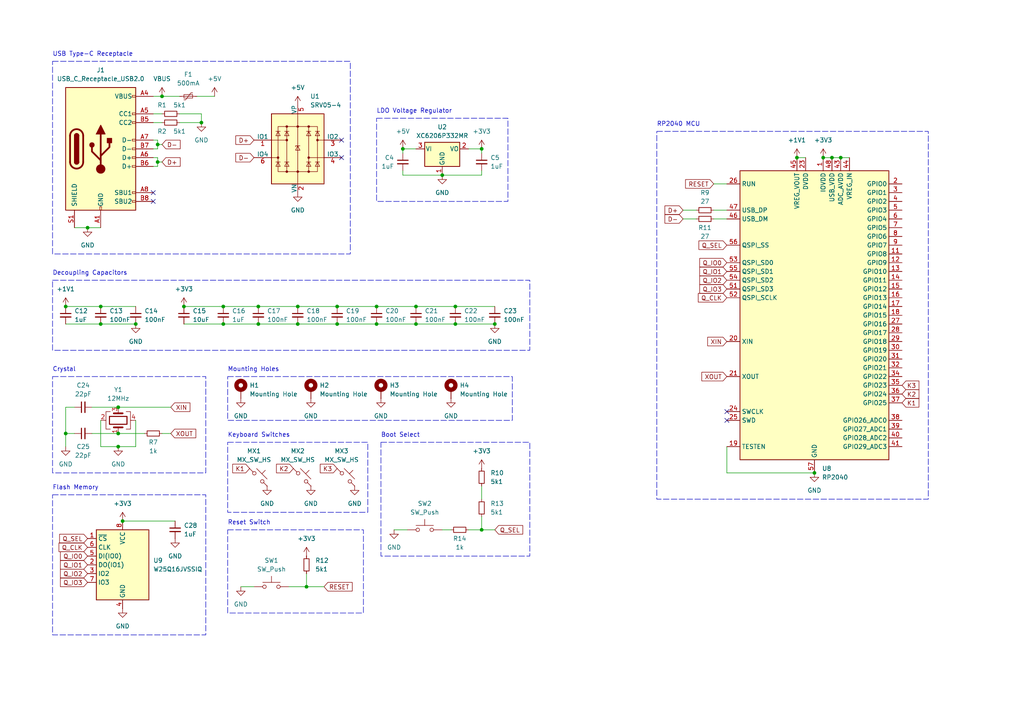
<source format=kicad_sch>
(kicad_sch (version 20231120) (generator "eeschema") (generator_version "8.0")
  (paper "A4")
  (title_block (title "Cloverpad MX") (rev "1"))
  (lib_symbols
    (symbol "Connector:USB_C_Receptacle_USB2.0_16P" (pin_names (offset 1.016))
      (property "Reference" "J" (at 0 22.225 0))
      (property "Value" "USB_C_Receptacle_USB2.0_16P" (at 0 19.685 0))
      (symbol "USB_C_Receptacle_USB2.0_16P_0_0"
        (rectangle (start -0.254 -17.78) (end 0.254 -16.764))
        (rectangle (start 10.16 -14.986) (end 9.144 -15.494))
        (rectangle (start 10.16 -12.446) (end 9.144 -12.954))
        (rectangle (start 10.16 -4.826) (end 9.144 -5.334))
        (rectangle (start 10.16 -2.286) (end 9.144 -2.794))
        (rectangle (start 10.16 0.254) (end 9.144 -0.254))
        (rectangle (start 10.16 2.794) (end 9.144 2.286))
        (rectangle (start 10.16 7.874) (end 9.144 7.366))
        (rectangle (start 10.16 10.414) (end 9.144 9.906))
        (rectangle (start 10.16 15.494) (end 9.144 14.986))
      )
      (symbol "USB_C_Receptacle_USB2.0_16P_0_1"
        (rectangle (start -10.16 17.78) (end 10.16 -17.78) (stroke (width 0.254)) (fill (type background)))
        (arc (start -8.89 -3.81) (mid -6.985 -5.7067) (end -5.08 -3.81) (stroke (width 0.508)))
        (arc (start -7.62 -3.81) (mid -6.985 -4.4423) (end -6.35 -3.81) (stroke (width 0.254)))
        (arc (start -7.62 -3.81) (mid -6.985 -4.4423) (end -6.35 -3.81) (stroke (width 0.254)) (fill (type outline)))
        (rectangle (start -7.62 -3.81) (end -6.35 3.81) (stroke (width 0.254)) (fill (type outline)))
        (arc (start -6.35 3.81) (mid -6.985 4.4423) (end -7.62 3.81) (stroke (width 0.254)))
        (arc (start -6.35 3.81) (mid -6.985 4.4423) (end -7.62 3.81) (stroke (width 0.254)) (fill (type outline)))
        (arc (start -5.08 3.81) (mid -6.985 5.7067) (end -8.89 3.81) (stroke (width 0.508)))
        (circle (center -2.54 1.143) (radius 0.635) (stroke (width 0.254)) (fill (type outline)))
        (circle (center 0 -5.842) (radius 1.27) (fill (type outline)))
        (polyline (pts (xy -8.89 -3.81) (xy -8.89 3.81)) (stroke (width 0.508)))
        (polyline (pts (xy -5.08 3.81) (xy -5.08 -3.81)) (stroke (width 0.508)))
        (polyline (pts (xy 0 -5.842) (xy 0 4.318)) (stroke (width 0.508)))
        (polyline (pts (xy 0 -3.302) (xy -2.54 -0.762) (xy -2.54 0.508)) (stroke (width 0.508)))
        (polyline (pts (xy 0 -2.032) (xy 2.54 0.508) (xy 2.54 1.778)) (stroke (width 0.508)))
        (polyline (pts (xy -1.27 4.318) (xy 0 6.858) (xy 1.27 4.318) (xy -1.27 4.318)) (stroke (width 0.254)) (fill (type outline)))
        (rectangle (start 1.905 1.778) (end 3.175 3.048) (stroke (width 0.254)) (fill (type outline)))
      )
      (symbol "USB_C_Receptacle_USB2.0_16P_1_1"
        (pin passive line (at 0 -22.86 90) (length 5.08) (name "GND") (number "A1"))
        (pin passive line (at 0 -22.86 90) (length 5.08) hide (name "GND") (number "A12"))
        (pin passive line (at 15.24 15.24 180) (length 5.08) (name "VBUS") (number "A4"))
        (pin bidirectional line (at 15.24 10.16 180) (length 5.08) (name "CC1") (number "A5"))
        (pin bidirectional line (at 15.24 -2.54 180) (length 5.08) (name "D+") (number "A6"))
        (pin bidirectional line (at 15.24 2.54 180) (length 5.08) (name "D-") (number "A7"))
        (pin bidirectional line (at 15.24 -12.7 180) (length 5.08) (name "SBU1") (number "A8"))
        (pin passive line (at 15.24 15.24 180) (length 5.08) hide (name "VBUS") (number "A9"))
        (pin passive line (at 0 -22.86 90) (length 5.08) hide (name "GND") (number "B1"))
        (pin passive line (at 0 -22.86 90) (length 5.08) hide (name "GND") (number "B12"))
        (pin passive line (at 15.24 15.24 180) (length 5.08) hide (name "VBUS") (number "B4"))
        (pin bidirectional line (at 15.24 7.62 180) (length 5.08) (name "CC2") (number "B5"))
        (pin bidirectional line (at 15.24 -5.08 180) (length 5.08) (name "D+") (number "B6"))
        (pin bidirectional line (at 15.24 0 180) (length 5.08) (name "D-") (number "B7"))
        (pin bidirectional line (at 15.24 -15.24 180) (length 5.08) (name "SBU2") (number "B8"))
        (pin passive line (at 15.24 15.24 180) (length 5.08) hide (name "VBUS") (number "B9"))
        (pin passive line (at -7.62 -22.86 90) (length 5.08) (name "SHIELD") (number "S1"))
      )
    )
    (symbol "Device:C_Small" (pin_numbers hide) (pin_names (offset 0.254) hide)
      (property "Reference" "C" (at 0.254 1.778 0))
      (property "Value" "C_Small" (at 0.254 -2.032 0))
      (symbol "C_Small_0_1"
        (polyline (pts (xy -1.524 -0.508) (xy 1.524 -0.508)) (stroke (width 0.3302)))
        (polyline (pts (xy -1.524 0.508) (xy 1.524 0.508)) (stroke (width 0.3048)))
      )
      (symbol "C_Small_1_1"
        (pin passive line (at 0 2.54 270) (length 2.032) (name "~") (number "1"))
        (pin passive line (at 0 -2.54 90) (length 2.032) (name "~") (number "2"))
      )
    )
    (symbol "Device:Crystal_GND24" (pin_names (offset 1.016) hide)
      (property "Reference" "Y" (at 3.175 5.08 0))
      (property "Value" "Crystal_GND24" (at 3.175 3.175 0))
      (symbol "Crystal_GND24_0_1"
        (rectangle (start -1.143 2.54) (end 1.143 -2.54) (stroke (width 0.3048)))
        (polyline (pts (xy -2.54 0) (xy -2.032 0)))
        (polyline (pts (xy -2.032 -1.27) (xy -2.032 1.27)) (stroke (width 0.508)))
        (polyline (pts (xy 0 -3.81) (xy 0 -3.556)))
        (polyline (pts (xy 0 3.556) (xy 0 3.81)))
        (polyline (pts (xy 2.032 -1.27) (xy 2.032 1.27)) (stroke (width 0.508)))
        (polyline (pts (xy 2.032 0) (xy 2.54 0)))
        (polyline (pts (xy -2.54 -2.286) (xy -2.54 -3.556) (xy 2.54 -3.556) (xy 2.54 -2.286)))
        (polyline (pts (xy -2.54 2.286) (xy -2.54 3.556) (xy 2.54 3.556) (xy 2.54 2.286)))
      )
      (symbol "Crystal_GND24_1_1"
        (pin passive line (at -3.81 0 0) (length 1.27) (name "1") (number "1"))
        (pin passive line (at 0 5.08 270) (length 1.27) (name "2") (number "2"))
        (pin passive line (at 3.81 0 180) (length 1.27) (name "3") (number "3"))
        (pin passive line (at 0 -5.08 90) (length 1.27) (name "4") (number "4"))
      )
    )
    (symbol "Device:Polyfuse_Small" (pin_numbers hide) (pin_names (offset 0))
      (property "Reference" "F" (at -1.905 0 90))
      (property "Value" "Polyfuse_Small" (at 1.905 0 90))
      (symbol "Polyfuse_Small_0_1"
        (rectangle (start -0.508 1.27) (end 0.508 -1.27))
        (polyline (pts (xy 0 2.54) (xy 0 -2.54)))
        (polyline (pts (xy -1.016 1.27) (xy -1.016 0.762) (xy 1.016 -0.762) (xy 1.016 -1.27)))
      )
      (symbol "Polyfuse_Small_1_1"
        (pin passive line (at 0 2.54 270) (length 0.635) (name "~") (number "1"))
        (pin passive line (at 0 -2.54 90) (length 0.635) (name "~") (number "2"))
      )
    )
    (symbol "Device:R_Small" (pin_numbers hide) (pin_names (offset 0.254) hide)
      (property "Reference" "R" (at 0.762 0.508 0))
      (property "Value" "R_Small" (at 0.762 -1.016 0))
      (symbol "R_Small_0_1"
        (rectangle (start -0.762 1.778) (end 0.762 -1.778) (stroke (width 0.2032)))
      )
      (symbol "R_Small_1_1"
        (pin passive line (at 0 2.54 270) (length 0.762) (name "~") (number "1"))
        (pin passive line (at 0 -2.54 90) (length 0.762) (name "~") (number "2"))
      )
    )
    (symbol "MCU_RaspberryPi:RP2040"
      (property "Reference" "U" (at 17.78 45.72 0))
      (property "Value" "RP2040" (at 17.78 43.18 0))
      (symbol "RP2040_0_1"
        (rectangle (start -21.59 41.91) (end 21.59 -41.91) (stroke (width 0.254)) (fill (type background)))
      )
      (symbol "RP2040_1_1"
        (pin power_in line (at 2.54 45.72 270) (length 3.81) (name "IOVDD") (number "1"))
        (pin passive line (at 2.54 45.72 270) (length 3.81) hide (name "IOVDD") (number "10"))
        (pin bidirectional line (at 25.4 17.78 180) (length 3.81) (name "GPIO8") (number "11"))
        (pin bidirectional line (at 25.4 15.24 180) (length 3.81) (name "GPIO9") (number "12"))
        (pin bidirectional line (at 25.4 12.7 180) (length 3.81) (name "GPIO10") (number "13"))
        (pin bidirectional line (at 25.4 10.16 180) (length 3.81) (name "GPIO11") (number "14"))
        (pin bidirectional line (at 25.4 7.62 180) (length 3.81) (name "GPIO12") (number "15"))
        (pin bidirectional line (at 25.4 5.08 180) (length 3.81) (name "GPIO13") (number "16"))
        (pin bidirectional line (at 25.4 2.54 180) (length 3.81) (name "GPIO14") (number "17"))
        (pin bidirectional line (at 25.4 0 180) (length 3.81) (name "GPIO15") (number "18"))
        (pin input line (at -25.4 -38.1 0) (length 3.81) (name "TESTEN") (number "19"))
        (pin bidirectional line (at 25.4 38.1 180) (length 3.81) (name "GPIO0") (number "2"))
        (pin input line (at -25.4 -7.62 0) (length 3.81) (name "XIN") (number "20"))
        (pin passive line (at -25.4 -17.78 0) (length 3.81) (name "XOUT") (number "21"))
        (pin passive line (at 2.54 45.72 270) (length 3.81) hide (name "IOVDD") (number "22"))
        (pin power_in line (at -2.54 45.72 270) (length 3.81) (name "DVDD") (number "23"))
        (pin input line (at -25.4 -27.94 0) (length 3.81) (name "SWCLK") (number "24"))
        (pin bidirectional line (at -25.4 -30.48 0) (length 3.81) (name "SWD") (number "25"))
        (pin input line (at -25.4 38.1 0) (length 3.81) (name "RUN") (number "26"))
        (pin bidirectional line (at 25.4 -2.54 180) (length 3.81) (name "GPIO16") (number "27"))
        (pin bidirectional line (at 25.4 -5.08 180) (length 3.81) (name "GPIO17") (number "28"))
        (pin bidirectional line (at 25.4 -7.62 180) (length 3.81) (name "GPIO18") (number "29"))
        (pin bidirectional line (at 25.4 35.56 180) (length 3.81) (name "GPIO1") (number "3"))
        (pin bidirectional line (at 25.4 -10.16 180) (length 3.81) (name "GPIO19") (number "30"))
        (pin bidirectional line (at 25.4 -12.7 180) (length 3.81) (name "GPIO20") (number "31"))
        (pin bidirectional line (at 25.4 -15.24 180) (length 3.81) (name "GPIO21") (number "32"))
        (pin passive line (at 2.54 45.72 270) (length 3.81) hide (name "IOVDD") (number "33"))
        (pin bidirectional line (at 25.4 -17.78 180) (length 3.81) (name "GPIO22") (number "34"))
        (pin bidirectional line (at 25.4 -20.32 180) (length 3.81) (name "GPIO23") (number "35"))
        (pin bidirectional line (at 25.4 -22.86 180) (length 3.81) (name "GPIO24") (number "36"))
        (pin bidirectional line (at 25.4 -25.4 180) (length 3.81) (name "GPIO25") (number "37"))
        (pin bidirectional line (at 25.4 -30.48 180) (length 3.81) (name "GPIO26_ADC0") (number "38"))
        (pin bidirectional line (at 25.4 -33.02 180) (length 3.81) (name "GPIO27_ADC1") (number "39"))
        (pin bidirectional line (at 25.4 33.02 180) (length 3.81) (name "GPIO2") (number "4"))
        (pin bidirectional line (at 25.4 -35.56 180) (length 3.81) (name "GPIO28_ADC2") (number "40"))
        (pin bidirectional line (at 25.4 -38.1 180) (length 3.81) (name "GPIO29_ADC3") (number "41"))
        (pin passive line (at 2.54 45.72 270) (length 3.81) hide (name "IOVDD") (number "42"))
        (pin power_in line (at 7.62 45.72 270) (length 3.81) (name "ADC_AVDD") (number "43"))
        (pin power_in line (at 10.16 45.72 270) (length 3.81) (name "VREG_IN") (number "44"))
        (pin power_out line (at -5.08 45.72 270) (length 3.81) (name "VREG_VOUT") (number "45"))
        (pin bidirectional line (at -25.4 27.94 0) (length 3.81) (name "USB_DM") (number "46"))
        (pin bidirectional line (at -25.4 30.48 0) (length 3.81) (name "USB_DP") (number "47"))
        (pin power_in line (at 5.08 45.72 270) (length 3.81) (name "USB_VDD") (number "48"))
        (pin passive line (at 2.54 45.72 270) (length 3.81) hide (name "IOVDD") (number "49"))
        (pin bidirectional line (at 25.4 30.48 180) (length 3.81) (name "GPIO3") (number "5"))
        (pin passive line (at -2.54 45.72 270) (length 3.81) hide (name "DVDD") (number "50"))
        (pin bidirectional line (at -25.4 7.62 0) (length 3.81) (name "QSPI_SD3") (number "51"))
        (pin output line (at -25.4 5.08 0) (length 3.81) (name "QSPI_SCLK") (number "52"))
        (pin bidirectional line (at -25.4 15.24 0) (length 3.81) (name "QSPI_SD0") (number "53"))
        (pin bidirectional line (at -25.4 10.16 0) (length 3.81) (name "QSPI_SD2") (number "54"))
        (pin bidirectional line (at -25.4 12.7 0) (length 3.81) (name "QSPI_SD1") (number "55"))
        (pin bidirectional line (at -25.4 20.32 0) (length 3.81) (name "QSPI_SS") (number "56"))
        (pin power_in line (at 0 -45.72 90) (length 3.81) (name "GND") (number "57"))
        (pin bidirectional line (at 25.4 27.94 180) (length 3.81) (name "GPIO4") (number "6"))
        (pin bidirectional line (at 25.4 25.4 180) (length 3.81) (name "GPIO5") (number "7"))
        (pin bidirectional line (at 25.4 22.86 180) (length 3.81) (name "GPIO6") (number "8"))
        (pin bidirectional line (at 25.4 20.32 180) (length 3.81) (name "GPIO7") (number "9"))
      )
    )
    (symbol "Mechanical:MountingHole_Pad" (pin_numbers hide) (pin_names (offset 1.016) hide)
      (property "Reference" "H" (at 0 6.35 0))
      (property "Value" "MountingHole_Pad" (at 0 4.445 0))
      (symbol "MountingHole_Pad_0_1"
        (circle (center 0 1.27) (radius 1.27) (stroke (width 1.27)))
      )
      (symbol "MountingHole_Pad_1_1"
        (pin input line (at 0 -2.54 90) (length 2.54) (name "1") (number "1"))
      )
    )
    (symbol "Memory_Flash:W25Q128JVS"
      (property "Reference" "U" (at -8.89 8.89 0))
      (property "Value" "W25Q128JVS" (at 7.62 8.89 0))
      (symbol "W25Q128JVS_0_1"
        (rectangle (start -7.62 10.16) (end 7.62 -10.16) (stroke (width 0.254)) (fill (type background)))
      )
      (symbol "W25Q128JVS_1_1"
        (pin input line (at -10.16 7.62 0) (length 2.54) (name "~{CS}") (number "1"))
        (pin bidirectional line (at -10.16 0 0) (length 2.54) (name "DO(IO1)") (number "2"))
        (pin bidirectional line (at -10.16 -2.54 0) (length 2.54) (name "IO2") (number "3"))
        (pin power_in line (at 0 -12.7 90) (length 2.54) (name "GND") (number "4"))
        (pin bidirectional line (at -10.16 2.54 0) (length 2.54) (name "DI(IO0)") (number "5"))
        (pin input line (at -10.16 5.08 0) (length 2.54) (name "CLK") (number "6"))
        (pin bidirectional line (at -10.16 -5.08 0) (length 2.54) (name "IO3") (number "7"))
        (pin power_in line (at 0 12.7 270) (length 2.54) (name "VCC") (number "8"))
      )
    )
    (symbol "PCM_marbastlib-mx:MX_SW_HS_CPG151101S11" (pin_numbers hide) (pin_names (offset 1.016) hide)
      (property "Reference" "MX" (at 3.048 1.016 0))
      (property "Value" "MX_SW_HS" (at 0 -3.81 0))
      (symbol "MX_SW_HS_CPG151101S11_0_1"
        (circle (center -1.1684 1.1684) (radius 0.508))
        (polyline (pts (xy -0.508 2.54) (xy 2.54 -0.508)))
        (polyline (pts (xy 1.016 1.016) (xy 2.032 2.032)))
        (polyline (pts (xy -2.54 2.54) (xy -1.524 1.524) (xy -1.524 1.524)))
        (polyline (pts (xy 1.524 -1.524) (xy 2.54 -2.54) (xy 2.54 -2.54) (xy 2.54 -2.54)))
        (circle (center 1.143 -1.1938) (radius 0.508))
        (pin passive line (at -2.54 2.54 0) (length 0) (name "1") (number "1"))
        (pin passive line (at 2.54 -2.54 180) (length 0) (name "2") (number "2"))
      )
    )
    (symbol "PCM_marbastlib-various:SRV05-4" (pin_names (offset 0))
      (property "Reference" "U" (at -5.08 11.43 0))
      (property "Value" "SRV05-4" (at 2.54 11.43 0))
      (symbol "SRV05-4_0_0"
        (rectangle (start -5.715 6.477) (end 5.715 -6.604))
        (polyline (pts (xy -3.175 -6.604) (xy -3.175 6.477)))
        (polyline (pts (xy 3.175 6.477) (xy 3.175 -6.604)))
      )
      (symbol "SRV05-4_0_1"
        (rectangle (start -7.62 10.16) (end 7.62 -10.16) (stroke (width 0.254)) (fill (type background)))
        (circle (center -5.715 -2.54) (radius 0.2794) (fill (type outline)))
        (circle (center -3.175 -6.604) (radius 0.2794) (fill (type outline)))
        (circle (center -3.175 2.54) (radius 0.2794) (fill (type outline)))
        (circle (center -3.175 6.477) (radius 0.2794) (fill (type outline)))
        (circle (center 0 -6.604) (radius 0.2794) (fill (type outline)))
        (polyline (pts (xy -7.747 2.54) (xy -3.175 2.54)))
        (polyline (pts (xy -7.62 -2.54) (xy -5.715 -2.54)))
        (polyline (pts (xy -5.08 -3.81) (xy -6.35 -3.81)))
        (polyline (pts (xy -5.08 5.08) (xy -6.35 5.08)))
        (polyline (pts (xy -2.54 -3.81) (xy -3.81 -3.81)))
        (polyline (pts (xy -2.54 5.08) (xy -3.81 5.08)))
        (polyline (pts (xy 0 10.16) (xy 0 -10.16)))
        (polyline (pts (xy 3.81 -3.81) (xy 2.54 -3.81)))
        (polyline (pts (xy 3.81 5.08) (xy 2.54 5.08)))
        (polyline (pts (xy 6.35 -3.81) (xy 5.08 -3.81)))
        (polyline (pts (xy 6.35 5.08) (xy 5.08 5.08)))
        (polyline (pts (xy 7.62 -2.54) (xy 3.175 -2.54)))
        (polyline (pts (xy 7.62 2.54) (xy 5.715 2.54)))
        (polyline (pts (xy 0.635 0.889) (xy -0.635 0.889) (xy -0.635 0.635)))
        (polyline (pts (xy -5.08 -5.08) (xy -6.35 -5.08) (xy -5.715 -3.81) (xy -5.08 -5.08)))
        (polyline (pts (xy -5.08 3.81) (xy -6.35 3.81) (xy -5.715 5.08) (xy -5.08 3.81)))
        (polyline (pts (xy -2.54 -5.08) (xy -3.81 -5.08) (xy -3.175 -3.81) (xy -2.54 -5.08)))
        (polyline (pts (xy -2.54 3.81) (xy -3.81 3.81) (xy -3.175 5.08) (xy -2.54 3.81)))
        (polyline (pts (xy 0.635 -0.381) (xy -0.635 -0.381) (xy 0 0.889) (xy 0.635 -0.381)))
        (polyline (pts (xy 3.81 -5.08) (xy 2.54 -5.08) (xy 3.175 -3.81) (xy 3.81 -5.08)))
        (polyline (pts (xy 3.81 3.81) (xy 2.54 3.81) (xy 3.175 5.08) (xy 3.81 3.81)))
        (polyline (pts (xy 6.35 -5.08) (xy 5.08 -5.08) (xy 5.715 -3.81) (xy 6.35 -5.08)))
        (polyline (pts (xy 6.35 3.81) (xy 5.08 3.81) (xy 5.715 5.08) (xy 6.35 3.81)))
        (circle (center 0 6.477) (radius 0.2794) (fill (type outline)))
        (circle (center 3.175 -6.604) (radius 0.2794) (fill (type outline)))
        (circle (center 3.175 -2.54) (radius 0.2794) (fill (type outline)))
        (circle (center 3.175 6.477) (radius 0.2794) (fill (type outline)))
        (circle (center 5.715 2.54) (radius 0.2794) (fill (type outline)))
      )
      (symbol "SRV05-4_1_1"
        (pin passive line (at -12.7 2.54 0) (length 5.08) (name "IO1") (number "1"))
        (pin passive line (at 0 -12.7 90) (length 2.54) (name "VN") (number "2"))
        (pin passive line (at 12.7 2.54 180) (length 5.08) (name "IO2") (number "3"))
        (pin passive line (at 12.7 -2.54 180) (length 5.08) (name "IO3") (number "4"))
        (pin passive line (at 0 12.7 270) (length 2.54) (name "VP") (number "5"))
        (pin passive line (at -12.7 -2.54 0) (length 5.08) (name "IO4") (number "6"))
      )
    )
    (symbol "Regulator_Linear:XC6206PxxxMR" (pin_names (offset 0.254))
      (property "Reference" "U" (at -3.81 3.175 0))
      (property "Value" "XC6206PxxxMR" (at 0 3.175 0))
      (symbol "XC6206PxxxMR_0_1"
        (rectangle (start -5.08 1.905) (end 5.08 -5.08) (stroke (width 0.254)) (fill (type background)))
      )
      (symbol "XC6206PxxxMR_1_1"
        (pin power_in line (at 0 -7.62 90) (length 2.54) (name "GND") (number "1"))
        (pin power_out line (at 7.62 0 180) (length 2.54) (name "VO") (number "2"))
        (pin power_in line (at -7.62 0 0) (length 2.54) (name "VI") (number "3"))
      )
    )
    (symbol "Switch:SW_Push" (pin_numbers hide) (pin_names (offset 1.016) hide)
      (property "Reference" "SW" (at 1.27 2.54 0))
      (property "Value" "SW_Push" (at 0 -1.524 0))
      (symbol "SW_Push_0_1"
        (circle (center -2.032 0) (radius 0.508))
        (polyline (pts (xy 0 1.27) (xy 0 3.048)))
        (polyline (pts (xy 2.54 1.27) (xy -2.54 1.27)))
        (circle (center 2.032 0) (radius 0.508))
        (pin passive line (at -5.08 0 0) (length 2.54) (name "1") (number "1"))
        (pin passive line (at 5.08 0 180) (length 2.54) (name "2") (number "2"))
      )
    )
    (symbol "power:+1V1" (power) (pin_numbers hide) (pin_names (offset 0) hide)
      (property "Value" "+1V1" (at 0 3.556 0))
      (symbol "+1V1_0_1"
        (polyline (pts (xy -0.762 1.27) (xy 0 2.54)))
        (polyline (pts (xy 0 0) (xy 0 2.54)))
        (polyline (pts (xy 0 2.54) (xy 0.762 1.27)))
      )
      (symbol "+1V1_1_1"
        (pin power_in line (at 0 0 90) (length 0) (name "~") (number "1"))
      )
    )
    (symbol "power:+3V3" (power) (pin_numbers hide) (pin_names (offset 0) hide)
      (property "Value" "+3V3" (at 0 3.556 0))
      (symbol "+3V3_0_1"
        (polyline (pts (xy -0.762 1.27) (xy 0 2.54)))
        (polyline (pts (xy 0 0) (xy 0 2.54)))
        (polyline (pts (xy 0 2.54) (xy 0.762 1.27)))
      )
      (symbol "+3V3_1_1"
        (pin power_in line (at 0 0 90) (length 0) (name "~") (number "1"))
      )
    )
    (symbol "power:+5V" (power) (pin_numbers hide) (pin_names (offset 0) hide)
      (property "Value" "+5V" (at 0 3.556 0))
      (symbol "+5V_0_1"
        (polyline (pts (xy -0.762 1.27) (xy 0 2.54)))
        (polyline (pts (xy 0 0) (xy 0 2.54)))
        (polyline (pts (xy 0 2.54) (xy 0.762 1.27)))
      )
      (symbol "+5V_1_1"
        (pin power_in line (at 0 0 90) (length 0) (name "~") (number "1"))
      )
    )
    (symbol "power:GND" (power) (pin_numbers hide) (pin_names (offset 0) hide)
      (property "Value" "GND" (at 0 -3.81 0))
      (symbol "GND_0_1"
        (polyline (pts (xy 0 0) (xy 0 -1.27) (xy 1.27 -1.27) (xy 0 -2.54) (xy -1.27 -1.27) (xy 0 -1.27)))
      )
      (symbol "GND_1_1"
        (pin power_in line (at 0 0 270) (length 0) (name "~") (number "1"))
      )
    )
    (symbol "power:VBUS" (power) (pin_numbers hide) (pin_names (offset 0) hide)
      (property "Value" "VBUS" (at 0 3.556 0))
      (symbol "VBUS_0_1"
        (polyline (pts (xy -0.762 1.27) (xy 0 2.54)))
        (polyline (pts (xy 0 0) (xy 0 2.54)))
        (polyline (pts (xy 0 2.54) (xy 0.762 1.27)))
      )
      (symbol "VBUS_1_1"
        (pin power_in line (at 0 0 90) (length 0) (name "~") (number "1"))
      )
    )
  )
  (junction (at 35.56 151.13))
  (junction (at 25.4 66.04))
  (junction (at 120.65 93.98))
  (junction (at 128.27 50.8))
  (junction (at 19.05 88.9))
  (junction (at 231.14 45.72))
  (junction (at 88.9 170.18))
  (junction (at 132.08 88.9))
  (junction (at 53.34 88.9))
  (junction (at 132.08 93.98))
  (junction (at 34.29 129.54))
  (junction (at 74.93 88.9))
  (junction (at 19.05 125.73))
  (junction (at 29.21 93.98))
  (junction (at 243.84 45.72))
  (junction (at 34.29 118.11))
  (junction (at 116.84 43.18))
  (junction (at 46.99 27.94))
  (junction (at 97.79 93.98))
  (junction (at 64.77 93.98))
  (junction (at 45.72 46.99))
  (junction (at 39.37 93.98))
  (junction (at 29.21 88.9))
  (junction (at 143.51 93.98))
  (junction (at 109.22 93.98))
  (junction (at 139.7 43.18))
  (junction (at 109.22 88.9))
  (junction (at 34.29 125.73))
  (junction (at 120.65 88.9))
  (junction (at 86.36 88.9))
  (junction (at 64.77 88.9))
  (junction (at 58.42 35.56))
  (junction (at 238.76 45.72))
  (junction (at 45.72 41.91))
  (junction (at 74.93 93.98))
  (junction (at 241.3 45.72))
  (junction (at 139.7 153.67))
  (junction (at 86.36 93.98))
  (junction (at 97.79 88.9))
  (junction (at 236.22 137.16))
  (no_connect (at 99.06 40.64))
  (no_connect (at 44.45 58.42))
  (no_connect (at 210.82 119.38))
  (no_connect (at 44.45 55.88))
  (no_connect (at 210.82 121.92))
  (no_connect (at 99.06 45.72))
  (wire (pts (xy 109.22 93.98) (xy 120.65 93.98)))
  (wire (pts (xy 29.21 129.54) (xy 34.29 129.54)))
  (wire (pts (xy 116.84 49.53) (xy 116.84 50.8)))
  (wire (pts (xy 46.99 27.94) (xy 44.45 27.94)))
  (wire (pts (xy 74.93 88.9) (xy 86.36 88.9)))
  (wire (pts (xy 88.9 170.18) (xy 93.98 170.18)))
  (wire (pts (xy 139.7 49.53) (xy 139.7 50.8)))
  (wire (pts (xy 132.08 88.9) (xy 143.51 88.9)))
  (wire (pts (xy 109.22 88.9) (xy 120.65 88.9)))
  (wire (pts (xy 46.99 33.02) (xy 44.45 33.02)))
  (wire (pts (xy 139.7 43.18) (xy 139.7 44.45)))
  (wire (pts (xy 34.29 118.11) (xy 49.53 118.11)))
  (wire (pts (xy 44.45 43.18) (xy 45.72 43.18)))
  (wire (pts (xy 53.34 93.98) (xy 64.77 93.98)))
  (wire (pts (xy 45.72 43.18) (xy 45.72 41.91)))
  (wire (pts (xy 57.15 27.94) (xy 62.23 27.94)))
  (wire (pts (xy 29.21 88.9) (xy 39.37 88.9)))
  (wire (pts (xy 139.7 149.86) (xy 139.7 153.67)))
  (wire (pts (xy 241.3 45.72) (xy 243.84 45.72)))
  (wire (pts (xy 114.3 153.67) (xy 118.11 153.67)))
  (wire (pts (xy 116.84 50.8) (xy 128.27 50.8)))
  (wire (pts (xy 135.89 43.18) (xy 139.7 43.18)))
  (wire (pts (xy 210.82 137.16) (xy 236.22 137.16)))
  (wire (pts (xy 86.36 93.98) (xy 97.79 93.98)))
  (wire (pts (xy 243.84 45.72) (xy 246.38 45.72)))
  (wire (pts (xy 44.45 40.64) (xy 45.72 40.64)))
  (wire (pts (xy 198.12 60.96) (xy 201.93 60.96)))
  (wire (pts (xy 207.01 63.5) (xy 210.82 63.5)))
  (wire (pts (xy 26.67 118.11) (xy 34.29 118.11)))
  (wire (pts (xy 116.84 43.18) (xy 116.84 44.45)))
  (wire (pts (xy 21.59 66.04) (xy 25.4 66.04)))
  (wire (pts (xy 120.65 88.9) (xy 132.08 88.9)))
  (wire (pts (xy 26.67 125.73) (xy 34.29 125.73)))
  (wire (pts (xy 207.01 60.96) (xy 210.82 60.96)))
  (wire (pts (xy 86.36 88.9) (xy 97.79 88.9)))
  (wire (pts (xy 97.79 88.9) (xy 109.22 88.9)))
  (wire (pts (xy 39.37 129.54) (xy 34.29 129.54)))
  (wire (pts (xy 45.72 41.91) (xy 46.99 41.91)))
  (wire (pts (xy 135.89 153.67) (xy 139.7 153.67)))
  (wire (pts (xy 120.65 93.98) (xy 132.08 93.98)))
  (wire (pts (xy 231.14 45.72) (xy 233.68 45.72)))
  (wire (pts (xy 44.45 45.72) (xy 45.72 45.72)))
  (wire (pts (xy 52.07 35.56) (xy 58.42 35.56)))
  (wire (pts (xy 29.21 93.98) (xy 39.37 93.98)))
  (wire (pts (xy 88.9 166.37) (xy 88.9 170.18)))
  (wire (pts (xy 19.05 125.73) (xy 19.05 129.54)))
  (wire (pts (xy 35.56 151.13) (xy 50.8 151.13)))
  (wire (pts (xy 29.21 121.92) (xy 29.21 129.54)))
  (wire (pts (xy 238.76 45.72) (xy 241.3 45.72)))
  (wire (pts (xy 25.4 66.04) (xy 29.21 66.04)))
  (wire (pts (xy 19.05 88.9) (xy 29.21 88.9)))
  (wire (pts (xy 210.82 129.54) (xy 210.82 137.16)))
  (wire (pts (xy 44.45 35.56) (xy 46.99 35.56)))
  (wire (pts (xy 34.29 125.73) (xy 41.91 125.73)))
  (wire (pts (xy 198.12 63.5) (xy 201.93 63.5)))
  (wire (pts (xy 19.05 118.11) (xy 19.05 125.73)))
  (wire (pts (xy 19.05 93.98) (xy 29.21 93.98)))
  (wire (pts (xy 45.72 40.64) (xy 45.72 41.91)))
  (wire (pts (xy 45.72 45.72) (xy 45.72 46.99)))
  (wire (pts (xy 21.59 118.11) (xy 19.05 118.11)))
  (wire (pts (xy 69.85 170.18) (xy 73.66 170.18)))
  (wire (pts (xy 207.01 53.34) (xy 210.82 53.34)))
  (wire (pts (xy 44.45 48.26) (xy 45.72 48.26)))
  (wire (pts (xy 64.77 93.98) (xy 74.93 93.98)))
  (wire (pts (xy 58.42 33.02) (xy 58.42 35.56)))
  (wire (pts (xy 116.84 43.18) (xy 120.65 43.18)))
  (wire (pts (xy 64.77 88.9) (xy 74.93 88.9)))
  (wire (pts (xy 39.37 121.92) (xy 39.37 129.54)))
  (wire (pts (xy 97.79 93.98) (xy 109.22 93.98)))
  (wire (pts (xy 83.82 170.18) (xy 88.9 170.18)))
  (wire (pts (xy 74.93 93.98) (xy 86.36 93.98)))
  (wire (pts (xy 52.07 27.94) (xy 46.99 27.94)))
  (wire (pts (xy 45.72 48.26) (xy 45.72 46.99)))
  (wire (pts (xy 53.34 88.9) (xy 64.77 88.9)))
  (wire (pts (xy 139.7 153.67) (xy 143.51 153.67)))
  (wire (pts (xy 128.27 153.67) (xy 130.81 153.67)))
  (wire (pts (xy 52.07 33.02) (xy 58.42 33.02)))
  (wire (pts (xy 46.99 125.73) (xy 49.53 125.73)))
  (wire (pts (xy 139.7 140.97) (xy 139.7 144.78)))
  (wire (pts (xy 45.72 46.99) (xy 46.99 46.99)))
  (wire (pts (xy 19.05 125.73) (xy 21.59 125.73)))
  (wire (pts (xy 128.27 50.8) (xy 139.7 50.8)))
  (wire (pts (xy 132.08 93.98) (xy 143.51 93.98)))
  (rectangle (start 15.24 109.22) (end 59.69 137.16) (stroke (width 0) (type dash)))
  (rectangle (start 109.22 34.29) (end 147.32 58.42) (stroke (width 0) (type dash)))
  (rectangle (start 66.04 109.22) (end 148.59 121.92) (stroke (width 0) (type dash)))
  (rectangle (start 15.24 81.28) (end 153.67 101.6) (stroke (width 0) (type dash)))
  (rectangle (start 15.24 143.51) (end 59.69 184.15) (stroke (width 0) (type dash)))
  (rectangle (start 66.04 128.27) (end 106.68 148.59) (stroke (width 0) (type dash)))
  (rectangle (start 15.24 17.78) (end 101.6 73.66) (stroke (width 0) (type dash)))
  (rectangle (start 66.04 153.67) (end 105.41 177.8) (stroke (width 0) (type dash)))
  (rectangle (start 190.5 38.1) (end 269.24 144.78) (stroke (width 0) (type dash)))
  (rectangle (start 110.49 128.27) (end 153.67 161.29) (stroke (width 0) (type dash)))
  (text "Reset Switch" (at 66.04 152.4 0) (effects (font (size 1.27 1.27)) (justify left bottom)))
  (text "USB Type-C Receptacle" (at 15.24 16.51 0) (effects (font (size 1.27 1.27)) (justify left bottom)))
  (text "Mounting Holes" (at 66.04 107.95 0) (effects (font (size 1.27 1.27)) (justify left bottom)))
  (text "Decoupling Capacitors" (at 15.24 80.01 0) (effects (font (size 1.27 1.27)) (justify left bottom)))
  (text "LDO Voltage Regulator" (at 109.22 33.02 0) (effects (font (size 1.27 1.27)) (justify left bottom)))
  (text "Keyboard Switches" (at 66.04 127 0) (effects (font (size 1.27 1.27)) (justify left bottom)))
  (text "RP2040 MCU" (at 190.5 36.83 0) (effects (font (size 1.27 1.27)) (justify left bottom)))
  (text "Flash Memory" (at 15.24 142.24 0) (effects (font (size 1.27 1.27)) (justify left bottom)))
  (text "Boot Select" (at 110.49 127 0) (effects (font (size 1.27 1.27)) (justify left bottom)))
  (text "Crystal" (at 15.24 107.95 0) (effects (font (size 1.27 1.27)) (justify left bottom)))
  (global_label "D+" (shape input) (at 73.66 40.64 180) (property "Intersheetrefs" "${INTERSHEET_REFS}" (effects (hide yes))))
  (global_label "Q_SEL" (shape input) (at 143.51 153.67 0) (property "Intersheetrefs" "${INTERSHEET_REFS}" (effects (hide yes))))
  (global_label "XIN" (shape input) (at 210.82 99.06 180) (property "Intersheetrefs" "${INTERSHEET_REFS}" (effects (hide yes))))
  (global_label "XIN" (shape input) (at 49.53 118.11 0) (property "Intersheetrefs" "${INTERSHEET_REFS}" (effects (hide yes))))
  (global_label "D-" (shape input) (at 46.99 41.91 0) (property "Intersheetrefs" "${INTERSHEET_REFS}" (effects (hide yes))))
  (global_label "RESET" (shape input) (at 93.98 170.18 0) (property "Intersheetrefs" "${INTERSHEET_REFS}" (effects (hide yes))))
  (global_label "D-" (shape input) (at 73.66 45.72 180) (property "Intersheetrefs" "${INTERSHEET_REFS}" (effects (hide yes))))
  (global_label "Q_CLK" (shape input) (at 25.4 158.75 180) (property "Intersheetrefs" "${INTERSHEET_REFS}" (effects (hide yes))))
  (global_label "K2" (shape input) (at 261.62 114.3 0) (property "Intersheetrefs" "${INTERSHEET_REFS}" (effects (hide yes))))
  (global_label "K2" (shape input) (at 85.09 135.89 180) (property "Intersheetrefs" "${INTERSHEET_REFS}" (effects (hide yes))))
  (global_label "XOUT" (shape input) (at 49.53 125.73 0) (property "Intersheetrefs" "${INTERSHEET_REFS}" (effects (hide yes))))
  (global_label "Q_IO0" (shape input) (at 210.82 76.2 180) (property "Intersheetrefs" "${INTERSHEET_REFS}" (effects (hide yes))))
  (global_label "Q_IO3" (shape input) (at 25.4 168.91 180) (property "Intersheetrefs" "${INTERSHEET_REFS}" (effects (hide yes))))
  (global_label "Q_IO0" (shape input) (at 25.4 161.29 180) (property "Intersheetrefs" "${INTERSHEET_REFS}" (effects (hide yes))))
  (global_label "D+" (shape input) (at 198.12 60.96 180) (property "Intersheetrefs" "${INTERSHEET_REFS}" (effects (hide yes))))
  (global_label "RESET" (shape input) (at 207.01 53.34 180) (property "Intersheetrefs" "${INTERSHEET_REFS}" (effects (hide yes))))
  (global_label "K1" (shape input) (at 261.62 116.84 0) (property "Intersheetrefs" "${INTERSHEET_REFS}" (effects (hide yes))))
  (global_label "Q_SEL" (shape input) (at 210.82 71.12 180) (property "Intersheetrefs" "${INTERSHEET_REFS}" (effects (hide yes))))
  (global_label "K3" (shape input) (at 261.62 111.76 0) (property "Intersheetrefs" "${INTERSHEET_REFS}" (effects (hide yes))))
  (global_label "K1" (shape input) (at 72.39 135.89 180) (property "Intersheetrefs" "${INTERSHEET_REFS}" (effects (hide yes))))
  (global_label "Q_IO1" (shape input) (at 25.4 163.83 180) (property "Intersheetrefs" "${INTERSHEET_REFS}" (effects (hide yes))))
  (global_label "Q_SEL" (shape input) (at 25.4 156.21 180) (property "Intersheetrefs" "${INTERSHEET_REFS}" (effects (hide yes))))
  (global_label "Q_CLK" (shape input) (at 210.82 86.36 180) (property "Intersheetrefs" "${INTERSHEET_REFS}" (effects (hide yes))))
  (global_label "K3" (shape input) (at 97.79 135.89 180) (property "Intersheetrefs" "${INTERSHEET_REFS}" (effects (hide yes))))
  (global_label "D-" (shape input) (at 198.12 63.5 180) (property "Intersheetrefs" "${INTERSHEET_REFS}" (effects (hide yes))))
  (global_label "Q_IO2" (shape input) (at 25.4 166.37 180) (property "Intersheetrefs" "${INTERSHEET_REFS}" (effects (hide yes))))
  (global_label "XOUT" (shape input) (at 210.82 109.22 180) (property "Intersheetrefs" "${INTERSHEET_REFS}" (effects (hide yes))))
  (global_label "Q_IO1" (shape input) (at 210.82 78.74 180) (property "Intersheetrefs" "${INTERSHEET_REFS}" (effects (hide yes))))
  (global_label "Q_IO2" (shape input) (at 210.82 81.28 180) (property "Intersheetrefs" "${INTERSHEET_REFS}" (effects (hide yes))))
  (global_label "Q_IO3" (shape input) (at 210.82 83.82 180) (property "Intersheetrefs" "${INTERSHEET_REFS}" (effects (hide yes))))
  (global_label "D+" (shape input) (at 46.99 46.99 0) (property "Intersheetrefs" "${INTERSHEET_REFS}" (effects (hide yes))))
  (symbol (lib_id "power:GND") (at 58.42 35.56 0) (unit 1)
    (property "Reference" "#PWR010" (effects (hide yes)))
    (property "Value" "GND" (at 58.42 40.64 0))
    (property "Description" "Power symbol creates a global label with name \"GND\" , ground" (effects (hide yes)))
  )
  (symbol (lib_id "power:GND") (at 236.22 137.16 0) (unit 1)
    (property "Reference" "#PWR057" (effects (hide yes)))
    (property "Value" "GND" (at 236.22 142.24 0))
    (property "Description" "Power symbol creates a global label with name \"GND\" , ground" (effects (hide yes)))
  )
  (symbol (lib_id "Device:C_Small") (at 120.65 91.44 0) (unit 1)
    (property "Reference" "C21" (at 123.19 90.1763 0) (effects (justify left)))
    (property "Value" "100nF" (at 123.19 92.7163 0) (effects (justify left)))
    (property "Footprint" "Capacitor_SMD:C_0402_1005Metric" (effects (hide yes)))
    (property "Description" "Unpolarized capacitor, small symbol" (effects (hide yes)))
    (property "LCSC" "C1525" (effects (hide yes)))
  )
  (symbol (lib_id "power:GND") (at 25.4 66.04 0) (unit 1)
    (property "Reference" "#PWR021" (effects (hide yes)))
    (property "Value" "GND" (at 25.4 71.12 0))
    (property "Description" "Power symbol creates a global label with name \"GND\" , ground" (effects (hide yes)))
  )
  (symbol (lib_id "Switch:SW_Push") (at 78.74 170.18 0) (unit 1)
    (property "Reference" "SW1" (at 78.74 162.56 0))
    (property "Value" "SW_Push" (at 78.74 165.1 0))
    (property "Footprint" "Button_Switch_SMD:SW_SPST_TL3342" (effects (hide yes)))
    (property "Description" "Push button switch, generic, two pins" (effects (hide yes)))
    (property "LCSC" "C318884" (effects (hide yes)))
  )
  (symbol (lib_id "power:GND") (at 19.05 129.54 0) (unit 1)
    (property "Reference" "#PWR041" (effects (hide yes)))
    (property "Value" "GND" (at 19.05 134.62 0))
    (property "Description" "Power symbol creates a global label with name \"GND\" , ground" (effects (hide yes)))
  )
  (symbol (lib_id "Device:C_Small") (at 24.13 125.73 90) (mirror x) (unit 1)
    (property "Reference" "C25" (at 24.13 129.54 90))
    (property "Value" "22pF" (at 24.1237 132.08 90))
    (property "Footprint" "Capacitor_SMD:C_0402_1005Metric" (effects (hide yes)))
    (property "Description" "Unpolarized capacitor, small symbol" (effects (hide yes)))
    (property "LCSC" "C1555" (effects (hide yes)))
  )
  (symbol (lib_id "Regulator_Linear:XC6206PxxxMR") (at 128.27 43.18 0) (unit 1)
    (property "Reference" "U2" (at 128.27 36.83 0))
    (property "Value" "XC6206P332MR" (at 128.27 39.37 0))
    (property "Footprint" "Package_TO_SOT_SMD:SOT-23-3" (effects (hide yes)))
    (property "Datasheet" "https://www.torexsemi.com/file/xc6206/XC6206.pdf" (effects (hide yes)))
    (property "Description" "Positive 60-250mA Low Dropout Regulator, Fixed Output, SOT-23" (effects (hide yes)))
    (property "LCSC" "C5446" (effects (hide yes)))
  )
  (symbol (lib_id "power:+5V") (at 62.23 27.94 0) (unit 1)
    (property "Reference" "#PWR02" (effects (hide yes)))
    (property "Value" "+5V" (at 62.23 22.86 0))
    (property "Description" "Power symbol creates a global label with name \"+5V\"" (effects (hide yes)))
  )
  (symbol (lib_id "power:GND") (at 128.27 50.8 0) (unit 1)
    (property "Reference" "#PWR013" (effects (hide yes)))
    (property "Value" "GND" (at 128.27 55.88 0))
    (property "Description" "Power symbol creates a global label with name \"GND\" , ground" (effects (hide yes)))
  )
  (symbol (lib_id "Device:R_Small") (at 88.9 163.83 0) (unit 1)
    (property "Reference" "R12" (at 91.44 162.56 0) (effects (justify left)))
    (property "Value" "5k1" (at 91.44 165.1 0) (effects (justify left)))
    (property "Footprint" "Resistor_SMD:R_0402_1005Metric" (effects (hide yes)))
    (property "Description" "Resistor, small symbol" (effects (hide yes)))
    (property "LCSC" "C25905" (effects (hide yes)))
  )
  (symbol (lib_id "Device:C_Small") (at 29.21 91.44 0) (unit 1)
    (property "Reference" "C13" (at 31.75 90.1763 0) (effects (justify left)))
    (property "Value" "100nF" (at 31.75 92.7163 0) (effects (justify left)))
    (property "Footprint" "Capacitor_SMD:C_0402_1005Metric" (effects (hide yes)))
    (property "Description" "Unpolarized capacitor, small symbol" (effects (hide yes)))
    (property "LCSC" "C1525" (effects (hide yes)))
  )
  (symbol (lib_id "Device:R_Small") (at 133.35 153.67 90) (unit 1)
    (property "Reference" "R14" (at 133.35 156.21 90))
    (property "Value" "1k" (at 133.35 158.75 90))
    (property "Footprint" "Resistor_SMD:R_0402_1005Metric" (effects (hide yes)))
    (property "Description" "Resistor, small symbol" (effects (hide yes)))
    (property "LCSC" "C11702" (effects (hide yes)))
  )
  (symbol (lib_id "Device:C_Small") (at 86.36 91.44 0) (unit 1)
    (property "Reference" "C18" (at 88.9 90.1763 0) (effects (justify left)))
    (property "Value" "100nF" (at 88.9 92.7163 0) (effects (justify left)))
    (property "Footprint" "Capacitor_SMD:C_0402_1005Metric" (effects (hide yes)))
    (property "Description" "Unpolarized capacitor, small symbol" (effects (hide yes)))
    (property "LCSC" "C1525" (effects (hide yes)))
  )
  (symbol (lib_id "Device:Crystal_GND24") (at 34.29 121.92 90) (unit 1)
    (property "Reference" "Y1" (at 34.29 113.03 90))
    (property "Value" "12MHz" (at 34.29 115.57 90))
    (property "Footprint" "Crystal:Crystal_SMD_3225-4Pin_3.2x2.5mm" (effects (hide yes)))
    (property "Description" "Four pin crystal, GND on pins 2 and 4" (effects (hide yes)))
    (property "LCSC" "C9002" (effects (hide yes)))
  )
  (symbol (lib_id "power:+5V") (at 86.36 30.48 0) (unit 1)
    (property "Reference" "#PWR06" (effects (hide yes)))
    (property "Value" "+5V" (at 86.36 25.4 0))
    (property "Description" "Power symbol creates a global label with name \"+5V\"" (effects (hide yes)))
  )
  (symbol (lib_id "power:+3V3") (at 139.7 43.18 0) (unit 1)
    (property "Reference" "#PWR012" (effects (hide yes)))
    (property "Value" "+3V3" (at 139.7 38.1 0))
    (property "Description" "Power symbol creates a global label with name \"+3V3\"" (effects (hide yes)))
  )
  (symbol (lib_id "PCM_marbastlib-mx:MX_SW_HS_CPG151101S11") (at 74.93 138.43 0) (unit 1)
    (property "Reference" "MX1" (at 73.66 130.81 0))
    (property "Value" "MX_SW_HS" (at 73.66 133.35 0))
    (property "Footprint" "PCM_marbastlib-mx:SW_MX_HS_CPG151101S11_1u" (effects (hide yes)))
    (property "Description" "Push button switch, normally open, two pins, 45° tilted, Kailh CPG151101S11 for Cherry MX style switches" (effects (hide yes)))
    (property "LCSC" "C5156480" (effects (hide yes)))
  )
  (symbol (lib_id "power:GND") (at 90.17 140.97 0) (unit 1)
    (property "Reference" "#PWR04" (effects (hide yes)))
    (property "Value" "GND" (at 90.17 146.05 0))
    (property "Description" "Power symbol creates a global label with name \"GND\" , ground" (effects (hide yes)))
  )
  (symbol (lib_id "Device:C_Small") (at 116.84 46.99 0) (mirror y) (unit 1)
    (property "Reference" "C4" (at 114.3 45.7263 0) (effects (justify left)))
    (property "Value" "1uF" (at 114.3 48.2663 0) (effects (justify left)))
    (property "Footprint" "Capacitor_SMD:C_0402_1005Metric" (effects (hide yes)))
    (property "Description" "Unpolarized capacitor, small symbol" (effects (hide yes)))
    (property "LCSC" "C52923" (effects (hide yes)))
  )
  (symbol (lib_id "Device:R_Small") (at 139.7 138.43 0) (unit 1)
    (property "Reference" "R10" (at 142.24 137.16 0) (effects (justify left)))
    (property "Value" "5k1" (at 142.24 139.7 0) (effects (justify left)))
    (property "Footprint" "Resistor_SMD:R_0402_1005Metric" (effects (hide yes)))
    (property "Description" "Resistor, small symbol" (effects (hide yes)))
    (property "LCSC" "C25905" (effects (hide yes)))
  )
  (symbol (lib_id "Mechanical:MountingHole_Pad") (at 90.17 113.03 0) (unit 1) (in_bom no)
    (property "Reference" "H2" (at 92.71 111.76 0) (effects (justify left)))
    (property "Value" "Mounting Hole" (at 92.71 114.3 0) (effects (justify left)))
    (property "Footprint" "MountingHole:MountingHole_2.2mm_M2_Pad" (effects (hide yes)))
    (property "Description" "Mounting Hole with connection" (effects (hide yes)))
  )
  (symbol (lib_id "PCM_marbastlib-various:SRV05-4") (at 86.36 43.18 0) (unit 1)
    (property "Reference" "U1" (at 89.9861 27.94 0) (effects (justify left)))
    (property "Value" "SRV05-4" (at 89.9861 30.48 0) (effects (justify left)))
    (property "Footprint" "PCM_marbastlib-various:SOT-23-6-routable" (effects (hide yes)))
    (property "Datasheet" "http://www.onsemi.com/pub/Collateral/SRV05-4-D.PDF" (effects (hide yes)))
    (property "Description" "ESD Protection Diodes with Low Clamping Voltage, SOT-23-6" (effects (hide yes)))
    (property "LCSC" "C2836319" (effects (hide yes)))
  )
  (symbol (lib_id "Device:Polyfuse_Small") (at 54.61 27.94 270) (unit 1)
    (property "Reference" "F1" (at 54.61 21.59 90))
    (property "Value" "500mA" (at 54.61 24.13 90))
    (property "Footprint" "Fuse:Fuse_1206_3216Metric" (effects (hide yes)))
    (property "Description" "Resettable fuse, polymeric positive temperature coefficient, small symbol" (effects (hide yes)))
    (property "LCSC" "C170165" (effects (hide yes)))
  )
  (symbol (lib_id "PCM_marbastlib-mx:MX_SW_HS_CPG151101S11") (at 100.33 138.43 0) (unit 1)
    (property "Reference" "MX3" (at 99.06 130.81 0))
    (property "Value" "MX_SW_HS" (at 99.06 133.35 0))
    (property "Footprint" "PCM_marbastlib-mx:SW_MX_HS_CPG151101S11_1u" (effects (hide yes)))
    (property "Description" "Push button switch, normally open, two pins, 45° tilted, Kailh CPG151101S11 for Cherry MX style switches" (effects (hide yes)))
    (property "LCSC" "C5156480" (effects (hide yes)))
  )
  (symbol (lib_id "Device:R_Small") (at 204.47 60.96 90) (unit 1)
    (property "Reference" "R9" (at 204.47 55.88 90))
    (property "Value" "27" (at 204.47 58.42 90))
    (property "Footprint" "Resistor_SMD:R_0402_1005Metric" (effects (hide yes)))
    (property "Description" "Resistor, small symbol" (effects (hide yes)))
    (property "LCSC" "C25100" (effects (hide yes)))
  )
  (symbol (lib_id "power:GND") (at 77.47 140.97 0) (unit 1)
    (property "Reference" "#PWR03" (effects (hide yes)))
    (property "Value" "GND" (at 77.47 146.05 0))
    (property "Description" "Power symbol creates a global label with name \"GND\" , ground" (effects (hide yes)))
  )
  (symbol (lib_id "power:GND") (at 39.37 93.98 0) (unit 1)
    (property "Reference" "#PWR032" (effects (hide yes)))
    (property "Value" "GND" (at 39.37 99.06 0))
    (property "Description" "Power symbol creates a global label with name \"GND\" , ground" (effects (hide yes)))
  )
  (symbol (lib_id "power:+5V") (at 116.84 43.18 0) (unit 1)
    (property "Reference" "#PWR011" (effects (hide yes)))
    (property "Value" "+5V" (at 116.84 38.1 0))
    (property "Description" "Power symbol creates a global label with name \"+5V\"" (effects (hide yes)))
  )
  (symbol (lib_id "Device:C_Small") (at 97.79 91.44 0) (unit 1)
    (property "Reference" "C19" (at 100.33 90.1763 0) (effects (justify left)))
    (property "Value" "100nF" (at 100.33 92.7163 0) (effects (justify left)))
    (property "Footprint" "Capacitor_SMD:C_0402_1005Metric" (effects (hide yes)))
    (property "Description" "Unpolarized capacitor, small symbol" (effects (hide yes)))
    (property "LCSC" "C1525" (effects (hide yes)))
  )
  (symbol (lib_id "Mechanical:MountingHole_Pad") (at 110.49 113.03 0) (unit 1) (in_bom no)
    (property "Reference" "H3" (at 113.03 111.76 0) (effects (justify left)))
    (property "Value" "Mounting Hole" (at 113.03 114.3 0) (effects (justify left)))
    (property "Footprint" "MountingHole:MountingHole_2.2mm_M2_Pad" (effects (hide yes)))
    (property "Description" "Mounting Hole with connection" (effects (hide yes)))
  )
  (symbol (lib_id "power:GND") (at 90.17 115.57 0) (unit 1)
    (property "Reference" "#PWR08" (effects (hide yes)))
    (property "Value" "GND" (at 90.17 120.65 0))
    (property "Description" "Power symbol creates a global label with name \"GND\" , ground" (effects (hide yes)))
  )
  (symbol (lib_id "Device:C_Small") (at 74.93 91.44 0) (unit 1)
    (property "Reference" "C17" (at 77.47 90.1763 0) (effects (justify left)))
    (property "Value" "100nF" (at 77.47 92.7163 0) (effects (justify left)))
    (property "Footprint" "Capacitor_SMD:C_0402_1005Metric" (effects (hide yes)))
    (property "Description" "Unpolarized capacitor, small symbol" (effects (hide yes)))
    (property "LCSC" "C1525" (effects (hide yes)))
  )
  (symbol (lib_id "power:+1V1") (at 231.14 45.72 0) (unit 1)
    (property "Reference" "#PWR038" (effects (hide yes)))
    (property "Value" "+1V1" (at 231.14 40.64 0))
    (property "Description" "Power symbol creates a global label with name \"+1V1\"" (effects (hide yes)))
  )
  (symbol (lib_id "power:VBUS") (at 46.99 27.94 0) (unit 1)
    (property "Reference" "#PWR01" (effects (hide yes)))
    (property "Value" "VBUS" (at 46.99 22.86 0))
    (property "Description" "Power symbol creates a global label with name \"VBUS\"" (effects (hide yes)))
  )
  (symbol (lib_id "Device:C_Small") (at 109.22 91.44 0) (unit 1)
    (property "Reference" "C20" (at 111.76 90.1763 0) (effects (justify left)))
    (property "Value" "100nF" (at 111.76 92.7163 0) (effects (justify left)))
    (property "Footprint" "Capacitor_SMD:C_0402_1005Metric" (effects (hide yes)))
    (property "Description" "Unpolarized capacitor, small symbol" (effects (hide yes)))
    (property "LCSC" "C1525" (effects (hide yes)))
  )
  (symbol (lib_id "power:+3V3") (at 88.9 161.29 0) (unit 1)
    (property "Reference" "#PWR048" (effects (hide yes)))
    (property "Value" "+3V3" (at 88.9 156.21 0))
    (property "Description" "Power symbol creates a global label with name \"+3V3\"" (effects (hide yes)))
  )
  (symbol (lib_id "power:GND") (at 35.56 176.53 0) (unit 1)
    (property "Reference" "#PWR056" (effects (hide yes)))
    (property "Value" "GND" (at 35.56 181.61 0))
    (property "Description" "Power symbol creates a global label with name \"GND\" , ground" (effects (hide yes)))
  )
  (symbol (lib_id "Device:R_Small") (at 204.47 63.5 90) (mirror x) (unit 1)
    (property "Reference" "R11" (at 204.47 66.04 90))
    (property "Value" "27" (at 204.47 68.58 90))
    (property "Footprint" "Resistor_SMD:R_0402_1005Metric" (effects (hide yes)))
    (property "Description" "Resistor, small symbol" (effects (hide yes)))
    (property "LCSC" "C25100" (effects (hide yes)))
  )
  (symbol (lib_id "Device:C_Small") (at 19.05 91.44 0) (unit 1)
    (property "Reference" "C12" (at 21.59 90.1763 0) (effects (justify left)))
    (property "Value" "1uF" (at 21.59 92.7163 0) (effects (justify left)))
    (property "Footprint" "Capacitor_SMD:C_0402_1005Metric" (effects (hide yes)))
    (property "Description" "Unpolarized capacitor, small symbol" (effects (hide yes)))
    (property "LCSC" "C52923" (effects (hide yes)))
  )
  (symbol (lib_id "power:GND") (at 102.87 140.97 0) (unit 1)
    (property "Reference" "#PWR05" (effects (hide yes)))
    (property "Value" "GND" (at 102.87 146.05 0))
    (property "Description" "Power symbol creates a global label with name \"GND\" , ground" (effects (hide yes)))
  )
  (symbol (lib_id "power:GND") (at 86.36 55.88 0) (unit 1)
    (property "Reference" "#PWR020" (effects (hide yes)))
    (property "Value" "GND" (at 86.36 60.96 0))
    (property "Description" "Power symbol creates a global label with name \"GND\" , ground" (effects (hide yes)))
  )
  (symbol (lib_id "power:+3V3") (at 35.56 151.13 0) (unit 1)
    (property "Reference" "#PWR053" (effects (hide yes)))
    (property "Value" "+3V3" (at 35.56 146.05 0))
    (property "Description" "Power symbol creates a global label with name \"+3V3\"" (effects (hide yes)))
  )
  (symbol (lib_id "power:GND") (at 110.49 115.57 0) (unit 1)
    (property "Reference" "#PWR09" (effects (hide yes)))
    (property "Value" "GND" (at 110.49 120.65 0))
    (property "Description" "Power symbol creates a global label with name \"GND\" , ground" (effects (hide yes)))
  )
  (symbol (lib_id "Device:C_Small") (at 50.8 153.67 0) (unit 1)
    (property "Reference" "C28" (at 53.34 152.4063 0) (effects (justify left)))
    (property "Value" "1uF" (at 53.34 154.9463 0) (effects (justify left)))
    (property "Footprint" "Capacitor_SMD:C_0402_1005Metric" (effects (hide yes)))
    (property "Description" "Unpolarized capacitor, small symbol" (effects (hide yes)))
    (property "LCSC" "C52923" (effects (hide yes)))
  )
  (symbol (lib_id "power:+3V3") (at 238.76 45.72 0) (unit 1)
    (property "Reference" "#PWR039" (effects (hide yes)))
    (property "Value" "+3V3" (at 238.76 40.64 0))
    (property "Description" "Power symbol creates a global label with name \"+3V3\"" (effects (hide yes)))
  )
  (symbol (lib_id "power:GND") (at 69.85 170.18 0) (unit 1)
    (property "Reference" "#PWR049" (effects (hide yes)))
    (property "Value" "GND" (at 69.85 175.26 0))
    (property "Description" "Power symbol creates a global label with name \"GND\" , ground" (effects (hide yes)))
  )
  (symbol (lib_id "Device:C_Small") (at 139.7 46.99 0) (unit 1)
    (property "Reference" "C5" (at 142.24 45.7263 0) (effects (justify left)))
    (property "Value" "1uF" (at 142.24 48.2663 0) (effects (justify left)))
    (property "Footprint" "Capacitor_SMD:C_0402_1005Metric" (effects (hide yes)))
    (property "Description" "Unpolarized capacitor, small symbol" (effects (hide yes)))
    (property "LCSC" "C52923" (effects (hide yes)))
  )
  (symbol (lib_id "Device:C_Small") (at 39.37 91.44 0) (unit 1)
    (property "Reference" "C14" (at 41.91 90.1763 0) (effects (justify left)))
    (property "Value" "100nF" (at 41.91 92.7163 0) (effects (justify left)))
    (property "Footprint" "Capacitor_SMD:C_0402_1005Metric" (effects (hide yes)))
    (property "Description" "Unpolarized capacitor, small symbol" (effects (hide yes)))
    (property "LCSC" "C1525" (effects (hide yes)))
  )
  (symbol (lib_id "Device:R_Small") (at 49.53 35.56 90) (mirror x) (unit 1)
    (property "Reference" "R2" (at 46.99 38.1 90))
    (property "Value" "5k1" (at 52.07 38.1 90))
    (property "Footprint" "Resistor_SMD:R_0402_1005Metric" (effects (hide yes)))
    (property "Description" "Resistor, small symbol" (effects (hide yes)))
    (property "LCSC" "C25905" (effects (hide yes)))
  )
  (symbol (lib_id "power:+3V3") (at 139.7 135.89 0) (unit 1)
    (property "Reference" "#PWR045" (effects (hide yes)))
    (property "Value" "+3V3" (at 139.7 130.81 0))
    (property "Description" "Power symbol creates a global label with name \"+3V3\"" (effects (hide yes)))
  )
  (symbol (lib_id "power:GND") (at 114.3 153.67 0) (unit 1)
    (property "Reference" "#PWR050" (effects (hide yes)))
    (property "Value" "GND" (at 114.3 158.75 0))
    (property "Description" "Power symbol creates a global label with name \"GND\" , ground" (effects (hide yes)))
  )
  (symbol (lib_id "power:GND") (at 143.51 93.98 0) (unit 1)
    (property "Reference" "#PWR033" (effects (hide yes)))
    (property "Value" "GND" (at 143.51 99.06 0))
    (property "Description" "Power symbol creates a global label with name \"GND\" , ground" (effects (hide yes)))
  )
  (symbol (lib_id "Device:C_Small") (at 24.13 118.11 90) (unit 1)
    (property "Reference" "C24" (at 24.1363 111.76 90))
    (property "Value" "22pF" (at 24.1363 114.3 90))
    (property "Footprint" "Capacitor_SMD:C_0402_1005Metric" (effects (hide yes)))
    (property "Description" "Unpolarized capacitor, small symbol" (effects (hide yes)))
    (property "LCSC" "C1555" (effects (hide yes)))
  )
  (symbol (lib_id "Device:R_Small") (at 49.53 33.02 90) (unit 1)
    (property "Reference" "R1" (at 46.99 30.48 90))
    (property "Value" "5k1" (at 52.07 30.48 90))
    (property "Footprint" "Resistor_SMD:R_0402_1005Metric" (effects (hide yes)))
    (property "Description" "Resistor, small symbol" (effects (hide yes)))
    (property "LCSC" "C25905" (effects (hide yes)))
  )
  (symbol (lib_id "Device:R_Small") (at 139.7 147.32 0) (unit 1)
    (property "Reference" "R13" (at 142.24 146.05 0) (effects (justify left)))
    (property "Value" "5k1" (at 142.24 148.59 0) (effects (justify left)))
    (property "Footprint" "Resistor_SMD:R_0402_1005Metric" (effects (hide yes)))
    (property "Description" "Resistor, small symbol" (effects (hide yes)))
    (property "LCSC" "C25905" (effects (hide yes)))
  )
  (symbol (lib_id "Device:R_Small") (at 44.45 125.73 90) (unit 1)
    (property "Reference" "R7" (at 44.45 128.27 90))
    (property "Value" "1k" (at 44.45 130.81 90))
    (property "Footprint" "Resistor_SMD:R_0402_1005Metric" (effects (hide yes)))
    (property "Description" "Resistor, small symbol" (effects (hide yes)))
    (property "LCSC" "C11702" (effects (hide yes)))
  )
  (symbol (lib_id "Device:C_Small") (at 143.51 91.44 0) (unit 1)
    (property "Reference" "C23" (at 146.05 90.1763 0) (effects (justify left)))
    (property "Value" "100nF" (at 146.05 92.7163 0) (effects (justify left)))
    (property "Footprint" "Capacitor_SMD:C_0402_1005Metric" (effects (hide yes)))
    (property "Description" "Unpolarized capacitor, small symbol" (effects (hide yes)))
    (property "LCSC" "C1525" (effects (hide yes)))
  )
  (symbol (lib_id "power:GND") (at 34.29 129.54 0) (unit 1)
    (property "Reference" "#PWR042" (effects (hide yes)))
    (property "Value" "GND" (at 34.29 134.62 0))
    (property "Description" "Power symbol creates a global label with name \"GND\" , ground" (effects (hide yes)))
  )
  (symbol (lib_id "Memory_Flash:W25Q128JVS") (at 35.56 163.83 0) (unit 1)
    (property "Reference" "U9" (at 44.45 162.56 0) (effects (justify left)))
    (property "Value" "W25Q16JVSSIQ" (at 44.45 165.1 0) (effects (justify left)))
    (property "Footprint" "Package_SO:SOIC-8_5.23x5.23mm_P1.27mm" (effects (hide yes)))
    (property "Datasheet" "http://www.winbond.com/resource-files/w25q128jv_dtr%20revc%2003272018%20plus.pdf" (effects (hide yes)))
    (property "Description" "128Mb Serial Flash Memory, Standard/Dual/Quad SPI, SOIC-8" (effects (hide yes)))
    (property "LCSC" "C131025" (effects (hide yes)))
  )
  (symbol (lib_id "PCM_marbastlib-mx:MX_SW_HS_CPG151101S11") (at 87.63 138.43 0) (unit 1)
    (property "Reference" "MX2" (at 86.36 130.81 0))
    (property "Value" "MX_SW_HS" (at 86.36 133.35 0))
    (property "Footprint" "PCM_marbastlib-mx:SW_MX_HS_CPG151101S11_1u" (effects (hide yes)))
    (property "Description" "Push button switch, normally open, two pins, 45° tilted, Kailh CPG151101S11 for Cherry MX style switches" (effects (hide yes)))
    (property "LCSC" "C5156480" (effects (hide yes)))
  )
  (symbol (lib_id "Device:C_Small") (at 64.77 91.44 0) (unit 1)
    (property "Reference" "C16" (at 67.31 90.1763 0) (effects (justify left)))
    (property "Value" "1uF" (at 67.31 92.7163 0) (effects (justify left)))
    (property "Footprint" "Capacitor_SMD:C_0402_1005Metric" (effects (hide yes)))
    (property "Description" "Unpolarized capacitor, small symbol" (effects (hide yes)))
    (property "LCSC" "C52923" (effects (hide yes)))
  )
  (symbol (lib_id "power:+1V1") (at 19.05 88.9 0) (unit 1)
    (property "Reference" "#PWR030" (effects (hide yes)))
    (property "Value" "+1V1" (at 19.05 83.82 0))
    (property "Description" "Power symbol creates a global label with name \"+1V1\"" (effects (hide yes)))
  )
  (symbol (lib_id "MCU_RaspberryPi:RP2040") (at 236.22 91.44 0) (unit 1)
    (property "Reference" "U8" (at 238.4141 135.89 0) (effects (justify left)))
    (property "Value" "RP2040" (at 238.4141 138.43 0) (effects (justify left)))
    (property "Footprint" "Package_DFN_QFN:QFN-56-1EP_7x7mm_P0.4mm_EP3.2x3.2mm" (effects (hide yes)))
    (property "Datasheet" "https://datasheets.raspberrypi.com/rp2040/rp2040-datasheet.pdf" (effects (hide yes)))
    (property "Description" "A microcontroller by Raspberry Pi" (effects (hide yes)))
    (property "LCSC" "C2040" (effects (hide yes)))
  )
  (symbol (lib_id "power:GND") (at 69.85 115.57 0) (unit 1)
    (property "Reference" "#PWR07" (effects (hide yes)))
    (property "Value" "GND" (at 69.85 120.65 0))
    (property "Description" "Power symbol creates a global label with name \"GND\" , ground" (effects (hide yes)))
  )
  (symbol (lib_id "power:+3V3") (at 53.34 88.9 0) (unit 1)
    (property "Reference" "#PWR031" (effects (hide yes)))
    (property "Value" "+3V3" (at 53.34 83.82 0))
    (property "Description" "Power symbol creates a global label with name \"+3V3\"" (effects (hide yes)))
  )
  (symbol (lib_id "Device:C_Small") (at 132.08 91.44 0) (unit 1)
    (property "Reference" "C22" (at 134.62 90.1763 0) (effects (justify left)))
    (property "Value" "100nF" (at 134.62 92.7163 0) (effects (justify left)))
    (property "Footprint" "Capacitor_SMD:C_0402_1005Metric" (effects (hide yes)))
    (property "Description" "Unpolarized capacitor, small symbol" (effects (hide yes)))
    (property "LCSC" "C1525" (effects (hide yes)))
  )
  (symbol (lib_id "Device:C_Small") (at 53.34 91.44 0) (unit 1)
    (property "Reference" "C15" (at 55.88 90.1763 0) (effects (justify left)))
    (property "Value" "10uF" (at 55.88 92.7163 0) (effects (justify left)))
    (property "Footprint" "Capacitor_SMD:C_0603_1608Metric" (effects (hide yes)))
    (property "Description" "Unpolarized capacitor, small symbol" (effects (hide yes)))
    (property "LCSC" "C19702" (effects (hide yes)))
  )
  (symbol (lib_id "power:GND") (at 130.81 115.57 0) (unit 1)
    (property "Reference" "#PWR014" (effects (hide yes)))
    (property "Value" "GND" (at 130.81 120.65 0))
    (property "Description" "Power symbol creates a global label with name \"GND\" , ground" (effects (hide yes)))
  )
  (symbol (lib_id "Connector:USB_C_Receptacle_USB2.0_16P") (at 29.21 43.18 0) (unit 1)
    (property "Reference" "J1" (at 29.21 20.32 0))
    (property "Value" "USB_C_Receptacle_USB2.0" (at 29.21 22.86 0))
    (property "Footprint" "PCM_marbastlib-various:USB_C_Receptacle_HRO_TYPE-C-31-M-12" (effects (hide yes)))
    (property "Datasheet" "https://www.usb.org/sites/default/files/documents/usb_type-c.zip" (effects (hide yes)))
    (property "Description" "USB 2.0-only 16P Type-C Receptacle connector" (effects (hide yes)))
    (property "LCSC" "C165948" (effects (hide yes)))
  )
  (symbol (lib_id "power:GND") (at 50.8 156.21 0) (unit 1)
    (property "Reference" "#PWR055" (effects (hide yes)))
    (property "Value" "GND" (at 50.8 161.29 0))
    (property "Description" "Power symbol creates a global label with name \"GND\" , ground" (effects (hide yes)))
  )
  (symbol (lib_id "Mechanical:MountingHole_Pad") (at 69.85 113.03 0) (unit 1) (in_bom no)
    (property "Reference" "H1" (at 72.39 111.76 0) (effects (justify left)))
    (property "Value" "Mounting Hole" (at 72.39 114.3 0) (effects (justify left)))
    (property "Footprint" "MountingHole:MountingHole_2.2mm_M2_Pad" (effects (hide yes)))
    (property "Description" "Mounting Hole with connection" (effects (hide yes)))
  )
  (symbol (lib_id "Mechanical:MountingHole_Pad") (at 130.81 113.03 0) (unit 1) (in_bom no)
    (property "Reference" "H4" (at 133.35 111.76 0) (effects (justify left)))
    (property "Value" "Mounting Hole" (at 133.35 114.3 0) (effects (justify left)))
    (property "Footprint" "MountingHole:MountingHole_2.2mm_M2_Pad" (effects (hide yes)))
    (property "Description" "Mounting Hole with connection" (effects (hide yes)))
  )
  (symbol (lib_id "Switch:SW_Push") (at 123.19 153.67 0) (unit 1)
    (property "Reference" "SW2" (at 123.19 146.05 0))
    (property "Value" "SW_Push" (at 123.19 148.59 0))
    (property "Footprint" "Button_Switch_SMD:SW_SPST_TL3342" (effects (hide yes)))
    (property "Description" "Push button switch, generic, two pins" (effects (hide yes)))
    (property "LCSC" "C318884" (effects (hide yes)))
  )
)
</source>
